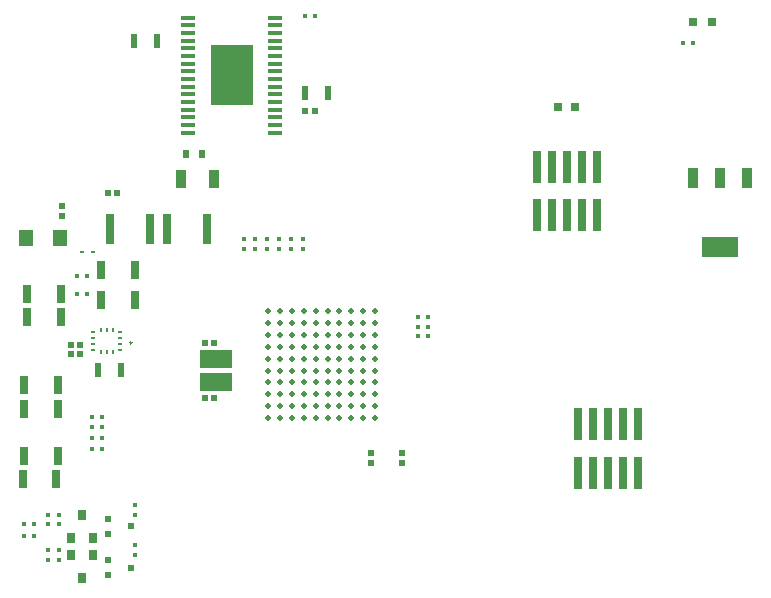
<source format=gtp>
G04*
G04 #@! TF.GenerationSoftware,Altium Limited,Altium Designer,19.0.4 (130)*
G04*
G04 Layer_Color=8421504*
%FSLAX25Y25*%
%MOIN*%
G70*
G01*
G75*
%ADD19R,0.01575X0.01772*%
%ADD20R,0.02913X0.10984*%
%ADD21R,0.01968X0.05118*%
%ADD22R,0.02126X0.02126*%
%ADD23R,0.02126X0.02126*%
%ADD24R,0.02362X0.01968*%
%ADD25R,0.02756X0.06102*%
%ADD26R,0.03150X0.03543*%
%ADD27R,0.01772X0.01575*%
%ADD28R,0.02756X0.10433*%
%ADD29R,0.01968X0.03150*%
%ADD30R,0.03543X0.06496*%
%ADD31R,0.14173X0.20079*%
%ADD32O,0.04724X0.01575*%
%ADD33R,0.02756X0.02953*%
%ADD34R,0.12402X0.07087*%
%ADD35R,0.03543X0.07087*%
%ADD36R,0.03150X0.03150*%
%ADD37R,0.10630X0.05906*%
%ADD38R,0.05118X0.05512*%
G04:AMPARAMS|DCode=39|XSize=11.81mil|YSize=11.81mil|CornerRadius=5.91mil|HoleSize=0mil|Usage=FLASHONLY|Rotation=270.000|XOffset=0mil|YOffset=0mil|HoleType=Round|Shape=RoundedRectangle|*
%AMROUNDEDRECTD39*
21,1,0.01181,0.00000,0,0,270.0*
21,1,0.00000,0.01181,0,0,270.0*
1,1,0.01181,0.00000,0.00000*
1,1,0.01181,0.00000,0.00000*
1,1,0.01181,0.00000,0.00000*
1,1,0.01181,0.00000,0.00000*
%
%ADD39ROUNDEDRECTD39*%
%ADD40R,0.01831X0.00984*%
%ADD41R,0.00984X0.01831*%
G04:AMPARAMS|DCode=42|XSize=19.69mil|YSize=19.69mil|CornerRadius=9.85mil|HoleSize=0mil|Usage=FLASHONLY|Rotation=0.000|XOffset=0mil|YOffset=0mil|HoleType=Round|Shape=RoundedRectangle|*
%AMROUNDEDRECTD42*
21,1,0.01969,0.00000,0,0,0.0*
21,1,0.00000,0.01969,0,0,0.0*
1,1,0.01969,0.00000,0.00000*
1,1,0.01969,0.00000,0.00000*
1,1,0.01969,0.00000,0.00000*
1,1,0.01969,0.00000,0.00000*
%
%ADD42ROUNDEDRECTD42*%
%ADD43R,0.01772X0.00984*%
D19*
X192618Y208661D02*
D03*
X189272D02*
D03*
X121653Y64567D02*
D03*
X118307D02*
D03*
X121653Y68110D02*
D03*
X118307D02*
D03*
X121653Y71653D02*
D03*
X118307D02*
D03*
X121653Y75197D02*
D03*
X118307D02*
D03*
X116831Y122047D02*
D03*
X113484D02*
D03*
X116831Y116142D02*
D03*
X113484D02*
D03*
X103839Y42520D02*
D03*
X107185D02*
D03*
X103839Y39370D02*
D03*
X107185D02*
D03*
X95768D02*
D03*
X99114D02*
D03*
X95768Y35433D02*
D03*
X99114D02*
D03*
X103839Y30709D02*
D03*
X107185D02*
D03*
X103839Y27559D02*
D03*
X107185D02*
D03*
X318602Y199803D02*
D03*
X315256D02*
D03*
X227067Y108268D02*
D03*
X230413D02*
D03*
X227067Y105118D02*
D03*
X230413D02*
D03*
X227067Y101969D02*
D03*
X230413D02*
D03*
D20*
X286653Y158329D02*
D03*
Y142305D02*
D03*
X281653Y158329D02*
D03*
Y142305D02*
D03*
X276654Y158329D02*
D03*
Y142305D02*
D03*
X271654Y158329D02*
D03*
Y142305D02*
D03*
X266653Y158329D02*
D03*
Y142305D02*
D03*
X300433Y72579D02*
D03*
Y56555D02*
D03*
X295433Y72579D02*
D03*
Y56555D02*
D03*
X290433Y72579D02*
D03*
Y56555D02*
D03*
X285433Y72579D02*
D03*
Y56555D02*
D03*
X280433Y72579D02*
D03*
Y56555D02*
D03*
D21*
X120215Y90748D02*
D03*
X127893D02*
D03*
X132421Y200492D02*
D03*
X140098D02*
D03*
X197146Y183071D02*
D03*
X189469D02*
D03*
D22*
X192520Y177165D02*
D03*
X189370D02*
D03*
X123660Y149606D02*
D03*
X126810D02*
D03*
X111357Y99114D02*
D03*
X114507D02*
D03*
X111357Y95965D02*
D03*
X114507D02*
D03*
X155944Y81496D02*
D03*
X159093D02*
D03*
X155944Y99606D02*
D03*
X159093D02*
D03*
D23*
X108405Y142126D02*
D03*
Y145276D02*
D03*
X221654Y62992D02*
D03*
Y59842D02*
D03*
X211417Y62992D02*
D03*
Y59842D02*
D03*
D24*
X131398Y38583D02*
D03*
X123721Y36024D02*
D03*
Y41142D02*
D03*
X131436Y24803D02*
D03*
X123759Y22244D02*
D03*
Y27362D02*
D03*
D25*
X106500Y54500D02*
D03*
X95280D02*
D03*
X95768Y62008D02*
D03*
X106988D02*
D03*
X106988Y77756D02*
D03*
X95768D02*
D03*
X95768Y85630D02*
D03*
X106988D02*
D03*
X107972Y108268D02*
D03*
X96752D02*
D03*
X96752Y116142D02*
D03*
X107972D02*
D03*
X132579Y124016D02*
D03*
X121358D02*
D03*
X121358Y114173D02*
D03*
X132579D02*
D03*
D26*
X118701Y34646D02*
D03*
X114961Y42520D02*
D03*
X111221Y34646D02*
D03*
Y29134D02*
D03*
X114961Y21260D02*
D03*
X118701Y29134D02*
D03*
D27*
X132677Y45768D02*
D03*
Y42421D02*
D03*
Y32382D02*
D03*
Y29035D02*
D03*
X168898Y131004D02*
D03*
Y134350D02*
D03*
X172835Y131004D02*
D03*
Y134350D02*
D03*
X176772Y131004D02*
D03*
Y134350D02*
D03*
X184646Y131004D02*
D03*
Y134350D02*
D03*
X180709Y131004D02*
D03*
Y134350D02*
D03*
X188583Y131004D02*
D03*
Y134350D02*
D03*
D28*
X137538Y137795D02*
D03*
X124349D02*
D03*
X143345D02*
D03*
X156534D02*
D03*
D29*
X149646Y162598D02*
D03*
X155079D02*
D03*
D30*
X159153Y154432D02*
D03*
X147933D02*
D03*
D31*
X164901Y188976D02*
D03*
D32*
X150334Y208169D02*
D03*
Y205610D02*
D03*
Y203051D02*
D03*
Y200492D02*
D03*
Y197933D02*
D03*
Y195374D02*
D03*
Y192815D02*
D03*
Y190256D02*
D03*
Y187697D02*
D03*
Y185138D02*
D03*
Y182579D02*
D03*
Y180020D02*
D03*
Y177461D02*
D03*
Y174902D02*
D03*
Y172343D02*
D03*
Y169783D02*
D03*
X179468Y208169D02*
D03*
Y205610D02*
D03*
Y203051D02*
D03*
Y200492D02*
D03*
Y197933D02*
D03*
Y195374D02*
D03*
Y192815D02*
D03*
Y190256D02*
D03*
Y187697D02*
D03*
Y185138D02*
D03*
Y182579D02*
D03*
Y180020D02*
D03*
Y177461D02*
D03*
Y174902D02*
D03*
Y172343D02*
D03*
Y169783D02*
D03*
D33*
X273819Y178300D02*
D03*
X279331D02*
D03*
D34*
X327756Y131890D02*
D03*
D35*
X318701Y154724D02*
D03*
X327756D02*
D03*
X336811D02*
D03*
D36*
X318701Y206693D02*
D03*
X325000D02*
D03*
D37*
X159782Y94291D02*
D03*
Y86810D02*
D03*
D38*
X107776Y134843D02*
D03*
X96358D02*
D03*
D39*
X131436Y99606D02*
D03*
D40*
X118690Y103346D02*
D03*
Y101378D02*
D03*
Y99409D02*
D03*
Y97441D02*
D03*
X127843D02*
D03*
Y99409D02*
D03*
Y101378D02*
D03*
Y103346D02*
D03*
D41*
X121298Y96801D02*
D03*
X123267D02*
D03*
X125235D02*
D03*
Y103986D02*
D03*
X123267D02*
D03*
X121298D02*
D03*
D42*
X212599Y74803D02*
D03*
X208662D02*
D03*
X204725D02*
D03*
X200788D02*
D03*
X196851D02*
D03*
X192913D02*
D03*
X188976D02*
D03*
X185039D02*
D03*
X181102D02*
D03*
X177165D02*
D03*
X212599Y78740D02*
D03*
X208662D02*
D03*
X204725D02*
D03*
X200788D02*
D03*
X196851D02*
D03*
X192913D02*
D03*
X188976D02*
D03*
X185039D02*
D03*
X181102D02*
D03*
X177165D02*
D03*
X212599Y82677D02*
D03*
X208662D02*
D03*
X204725D02*
D03*
X200788D02*
D03*
X196851D02*
D03*
X192913D02*
D03*
X188976D02*
D03*
X185039D02*
D03*
X181102D02*
D03*
X177165D02*
D03*
X212599Y86614D02*
D03*
X208662D02*
D03*
X204725D02*
D03*
X200788D02*
D03*
X196851D02*
D03*
X192913D02*
D03*
X188976D02*
D03*
X185039D02*
D03*
X181102D02*
D03*
X177165D02*
D03*
X212599Y90551D02*
D03*
X208662D02*
D03*
X204725D02*
D03*
X200788D02*
D03*
X196851D02*
D03*
X192913D02*
D03*
X188976D02*
D03*
X185039D02*
D03*
X181102D02*
D03*
X177165D02*
D03*
X212599Y94489D02*
D03*
X208662D02*
D03*
X204725D02*
D03*
X200788D02*
D03*
X196851D02*
D03*
X192913D02*
D03*
X188976D02*
D03*
X185039D02*
D03*
X181102D02*
D03*
X177165D02*
D03*
X212599Y98426D02*
D03*
X208662D02*
D03*
X204725D02*
D03*
X200788D02*
D03*
X196851D02*
D03*
X192913D02*
D03*
X188976D02*
D03*
X185039D02*
D03*
X181102D02*
D03*
X177165D02*
D03*
X212599Y102363D02*
D03*
X208662D02*
D03*
X204725D02*
D03*
X200788D02*
D03*
X196851D02*
D03*
X192913D02*
D03*
X188976D02*
D03*
X185039D02*
D03*
X181102D02*
D03*
X177165D02*
D03*
X212599Y106300D02*
D03*
X208662D02*
D03*
X204725D02*
D03*
X200788D02*
D03*
X196851D02*
D03*
X192913D02*
D03*
X188976D02*
D03*
X185039D02*
D03*
X181102D02*
D03*
X177165D02*
D03*
X212599Y110237D02*
D03*
X208662D02*
D03*
X204725D02*
D03*
X200788D02*
D03*
X196851D02*
D03*
X192913D02*
D03*
X188976D02*
D03*
X185039D02*
D03*
X181102D02*
D03*
X177165D02*
D03*
D43*
X114961Y129921D02*
D03*
X118701D02*
D03*
M02*

</source>
